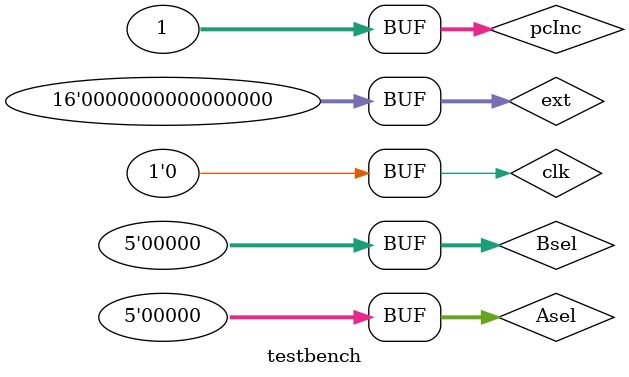
<source format=v>
`timescale 1ns / 1ps


module testbench();
  wire RegDst, Branch, MemRead, MemtoReg, ALUOp, MemWrite, ALUSrc, RegWrite;

  wire [2:0] Op;
  reg [4:0] Asel=0, Bsel=0; 
  wire [4:0]Wdest;
  reg clk = 0;
  reg [15:0] ext=0;
  
  wire [15:0] A, B, Breg;
  wire [15:0] result, ReadData, WriteData;
  
  wire [31:0] progCount;
  wire [31:0] newPC;
  wire [31:0] pcA;
  wire [31:0] pcB;
  
  reg [31:0] pcInc = 1;
  wire [31:0] addrExt;
  
  wire [31:0]instruction;
  
  ROM rom(.progCount(progCount),
          .instruction(instruction));
          
  ADDER incPC(
      .a(progCount),
      .b(pcInc),
      .clk(clk),
      .sum(pcA));
      
 ADDER addPC(
    .a(pcA),
    .b(addrExt<<2),
    .clk(clk),
    .sum(pcB));
  
  MUX2TO1_32 muxPC(.A(pcA),
             .B(pcB),
             .control(Branch),
             .out(newPC));   
  
  CONTROLLER controller(.instruction(instruction[31:26]),
   .RegDst(RegDst),
    .Branch(Branch),
     .MemRead(MemRead),
      .MemtoReg(MemtoReg),
       .ALUOp(ALUOp),
        .MemWrite(MemWrite),
         .ALUSrc(ALUSrc),
          .RegWrite(RegWrite));
  
  PC pc(.newPC(newPC),
        .progCount(progCount));
        
  EXTENDER extender(
    .in(instruction[15:0]),
    .out(addrExt));
  
  
  MUX2TO1 mux2to1(.Breg(Breg),
         .ext(addrExt),
         .control(ALUSrc),
         .B(B));    
  
  MUX2TO1_5 muxReg(.A(instruction[20:16]), 
                   .B(instruction[15:11]), 
                   .control(RegDst), 
                   .out(Wdest));
  
  REGFILE regfile(.Asel(instruction[25:21]), 
          .Bsel(instruction[20:16]), 
          .Wdest(Wdest), 
          .A(A), 
          .Breg(Breg), 
          .lw(RegWrite),
          .clk(clk), 
          .result(WriteData));
    
  ALUCTRL aluctrl(.instruction(instruction[5:0]),
                 .ALUOp(ALUOp),
                 .Op(Op));
          
          
  ALU alu(.A(A),
          .B(B),
          .Op(Op),
          .result(result));
          
  DATAMEM datamem(.WriteData(Breg), 
    .Address(result),
    .ReadData(ReadData), 
    .lw(MemWrite), 
    .rw(MemRead), 
    .clk(clk));
    
   MUX2TO1 muxData(.Breg(ReadData),
         .ext(result),
         .control(MemtoReg),
         .B(WriteData));    
  
 // This initial block is executed once
 // it provides the stimuli for the DUT
  initial 
    begin
    #10; clk = ~clk; 
    #10; clk = ~clk;
    #10; clk = ~clk; 
    #10; clk = ~clk;
    #10; clk = ~clk; 
    #10; clk = ~clk;
    #10; clk = ~clk;
    #10; clk = ~clk;
    #10; clk = ~clk;
    #10; clk = ~clk;
    #10; clk = ~clk; 
    #10; clk = ~clk;
    #10; clk = ~clk; 
    #10; clk = ~clk;
    #10; clk = ~clk; 
    #10; clk = ~clk;
    #10; clk = ~clk;
    #10; clk = ~clk;
    #10; clk = ~clk;
    #10; clk = ~clk;
  end
endmodule
</source>
